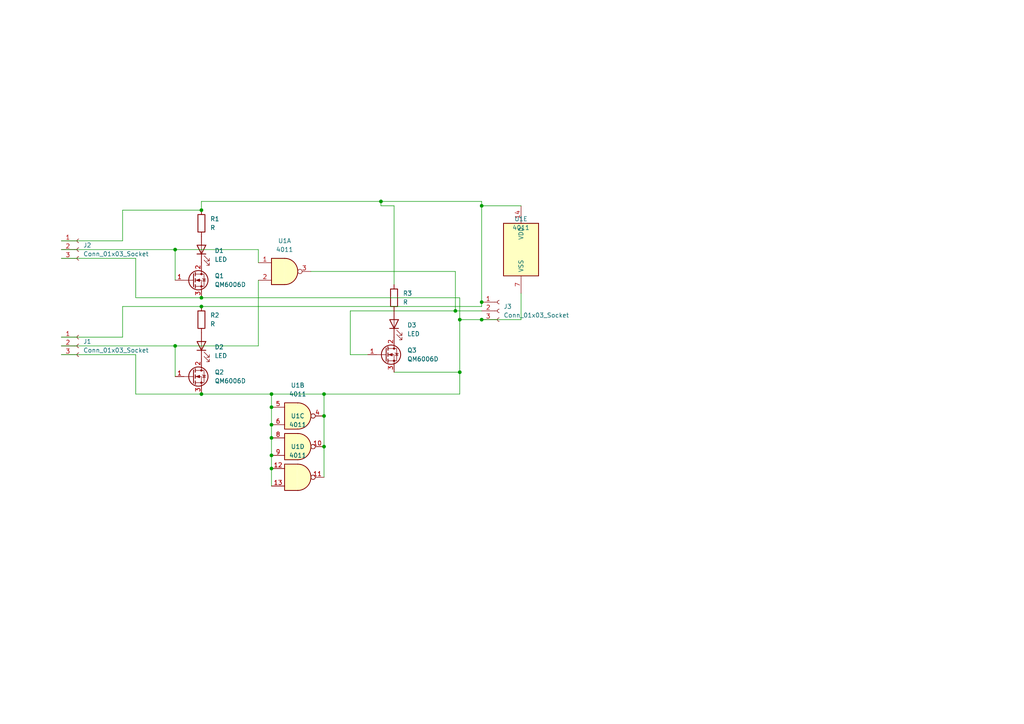
<source format=kicad_sch>
(kicad_sch (version 20250114) (generator "eeschema") (generator_version "9.0")
  (paper "A4")
  (lib_symbols
    (symbol "4xxx:4011" (pin_names (offset 1.016))
      (property "Reference" "U" (at 0 1.27 0))
      (property "Value" "4011" (at 0 -1.27 0))
      (symbol "4011_1_1"
        (arc (start 0 3.81) (mid 3.7934 0) (end 0 -3.81) (stroke (width 0.254)) (fill (type background)))
        (polyline (pts (xy 0 3.81) (xy -3.81 3.81) (xy -3.81 -3.81) (xy 0 -3.81)) (stroke (width 0.254)) (fill (type background)))
        (pin input line (at -7.62 2.54 0) (length 3.81) (name "~") (number "1"))
        (pin input line (at -7.62 -2.54 0) (length 3.81) (name "~") (number "2"))
        (pin output inverted (at 7.62 0 180) (length 3.81) (name "~") (number "3"))
      )
      (symbol "4011_1_2"
        (arc (start -3.81 3.81) (mid -2.589 0) (end -3.81 -3.81) (stroke (width 0.254)))
        (polyline (pts (xy -3.81 3.81) (xy -0.635 3.81)) (stroke (width 0.254)) (fill (type background)))
        (polyline (pts (xy -3.81 -3.81) (xy -0.635 -3.81)) (stroke (width 0.254)) (fill (type background)))
        (arc (start 3.81 0) (mid 2.1855 -2.584) (end -0.6096 -3.81) (stroke (width 0.254)) (fill (type background)))
        (arc (start -0.6096 3.81) (mid 2.1928 2.5924) (end 3.81 0) (stroke (width 0.254)) (fill (type background)))
        (polyline (pts (xy -0.635 3.81) (xy -3.81 3.81) (xy -3.81 3.81) (xy -3.556 3.4036) (xy -3.0226 2.2606) (xy -2.6924 1.0414) (xy -2.6162 -0.254) (xy -2.7686 -1.4986) (xy -3.175 -2.7178) (xy -3.81 -3.81) (xy -3.81 -3.81) (xy -0.635 -3.81)) (stroke (width -25.4)) (fill (type background)))
        (pin input inverted (at -7.62 2.54 0) (length 4.318) (name "~") (number "1"))
        (pin input inverted (at -7.62 -2.54 0) (length 4.318) (name "~") (number "2"))
        (pin output line (at 7.62 0 180) (length 3.81) (name "~") (number "3"))
      )
      (symbol "4011_2_1"
        (arc (start 0 3.81) (mid 3.7934 0) (end 0 -3.81) (stroke (width 0.254)) (fill (type background)))
        (polyline (pts (xy 0 3.81) (xy -3.81 3.81) (xy -3.81 -3.81) (xy 0 -3.81)) (stroke (width 0.254)) (fill (type background)))
        (pin input line (at -7.62 2.54 0) (length 3.81) (name "~") (number "5"))
        (pin input line (at -7.62 -2.54 0) (length 3.81) (name "~") (number "6"))
        (pin output inverted (at 7.62 0 180) (length 3.81) (name "~") (number "4"))
      )
      (symbol "4011_2_2"
        (arc (start -3.81 3.81) (mid -2.589 0) (end -3.81 -3.81) (stroke (width 0.254)))
        (polyline (pts (xy -3.81 3.81) (xy -0.635 3.81)) (stroke (width 0.254)) (fill (type background)))
        (polyline (pts (xy -3.81 -3.81) (xy -0.635 -3.81)) (stroke (width 0.254)) (fill (type background)))
        (arc (start 3.81 0) (mid 2.1855 -2.584) (end -0.6096 -3.81) (stroke (width 0.254)) (fill (type background)))
        (arc (start -0.6096 3.81) (mid 2.1928 2.5924) (end 3.81 0) (stroke (width 0.254)) (fill (type background)))
        (polyline (pts (xy -0.635 3.81) (xy -3.81 3.81) (xy -3.81 3.81) (xy -3.556 3.4036) (xy -3.0226 2.2606) (xy -2.6924 1.0414) (xy -2.6162 -0.254) (xy -2.7686 -1.4986) (xy -3.175 -2.7178) (xy -3.81 -3.81) (xy -3.81 -3.81) (xy -0.635 -3.81)) (stroke (width -25.4)) (fill (type background)))
        (pin input inverted (at -7.62 2.54 0) (length 4.318) (name "~") (number "5"))
        (pin input inverted (at -7.62 -2.54 0) (length 4.318) (name "~") (number "6"))
        (pin output line (at 7.62 0 180) (length 3.81) (name "~") (number "4"))
      )
      (symbol "4011_3_1"
        (arc (start 0 3.81) (mid 3.7934 0) (end 0 -3.81) (stroke (width 0.254)) (fill (type background)))
        (polyline (pts (xy 0 3.81) (xy -3.81 3.81) (xy -3.81 -3.81) (xy 0 -3.81)) (stroke (width 0.254)) (fill (type background)))
        (pin input line (at -7.62 2.54 0) (length 3.81) (name "~") (number "8"))
        (pin input line (at -7.62 -2.54 0) (length 3.81) (name "~") (number "9"))
        (pin output inverted (at 7.62 0 180) (length 3.81) (name "~") (number "10"))
      )
      (symbol "4011_3_2"
        (arc (start -3.81 3.81) (mid -2.589 0) (end -3.81 -3.81) (stroke (width 0.254)))
        (polyline (pts (xy -3.81 3.81) (xy -0.635 3.81)) (stroke (width 0.254)) (fill (type background)))
        (polyline (pts (xy -3.81 -3.81) (xy -0.635 -3.81)) (stroke (width 0.254)) (fill (type background)))
        (arc (start 3.81 0) (mid 2.1855 -2.584) (end -0.6096 -3.81) (stroke (width 0.254)) (fill (type background)))
        (arc (start -0.6096 3.81) (mid 2.1928 2.5924) (end 3.81 0) (stroke (width 0.254)) (fill (type background)))
        (polyline (pts (xy -0.635 3.81) (xy -3.81 3.81) (xy -3.81 3.81) (xy -3.556 3.4036) (xy -3.0226 2.2606) (xy -2.6924 1.0414) (xy -2.6162 -0.254) (xy -2.7686 -1.4986) (xy -3.175 -2.7178) (xy -3.81 -3.81) (xy -3.81 -3.81) (xy -0.635 -3.81)) (stroke (width -25.4)) (fill (type background)))
        (pin input inverted (at -7.62 2.54 0) (length 4.318) (name "~") (number "8"))
        (pin input inverted (at -7.62 -2.54 0) (length 4.318) (name "~") (number "9"))
        (pin output line (at 7.62 0 180) (length 3.81) (name "~") (number "10"))
      )
      (symbol "4011_4_1"
        (arc (start 0 3.81) (mid 3.7934 0) (end 0 -3.81) (stroke (width 0.254)) (fill (type background)))
        (polyline (pts (xy 0 3.81) (xy -3.81 3.81) (xy -3.81 -3.81) (xy 0 -3.81)) (stroke (width 0.254)) (fill (type background)))
        (pin input line (at -7.62 2.54 0) (length 3.81) (name "~") (number "12"))
        (pin input line (at -7.62 -2.54 0) (length 3.81) (name "~") (number "13"))
        (pin output inverted (at 7.62 0 180) (length 3.81) (name "~") (number "11"))
      )
      (symbol "4011_4_2"
        (arc (start -3.81 3.81) (mid -2.589 0) (end -3.81 -3.81) (stroke (width 0.254)))
        (polyline (pts (xy -3.81 3.81) (xy -0.635 3.81)) (stroke (width 0.254)) (fill (type background)))
        (polyline (pts (xy -3.81 -3.81) (xy -0.635 -3.81)) (stroke (width 0.254)) (fill (type background)))
        (arc (start 3.81 0) (mid 2.1855 -2.584) (end -0.6096 -3.81) (stroke (width 0.254)) (fill (type background)))
        (arc (start -0.6096 3.81) (mid 2.1928 2.5924) (end 3.81 0) (stroke (width 0.254)) (fill (type background)))
        (polyline (pts (xy -0.635 3.81) (xy -3.81 3.81) (xy -3.81 3.81) (xy -3.556 3.4036) (xy -3.0226 2.2606) (xy -2.6924 1.0414) (xy -2.6162 -0.254) (xy -2.7686 -1.4986) (xy -3.175 -2.7178) (xy -3.81 -3.81) (xy -3.81 -3.81) (xy -0.635 -3.81)) (stroke (width -25.4)) (fill (type background)))
        (pin input inverted (at -7.62 2.54 0) (length 4.318) (name "~") (number "12"))
        (pin input inverted (at -7.62 -2.54 0) (length 4.318) (name "~") (number "13"))
        (pin output line (at 7.62 0 180) (length 3.81) (name "~") (number "11"))
      )
      (symbol "4011_5_0"
        (pin power_in line (at 0 12.7 270) (length 5.08) (name "VDD") (number "14"))
        (pin power_in line (at 0 -12.7 90) (length 5.08) (name "VSS") (number "7"))
      )
      (symbol "4011_5_1"
        (rectangle (start -5.08 7.62) (end 5.08 -7.62) (stroke (width 0.254)) (fill (type background)))
      )
    )
    (symbol "Connector:Conn_01x03_Socket" (pin_names (offset 1.016) (hide yes))
      (property "Reference" "J" (at 0 5.08 0))
      (property "Value" "Conn_01x03_Socket" (at 0 -5.08 0))
      (symbol "Conn_01x03_Socket_1_1"
        (polyline (pts (xy -1.27 2.54) (xy -0.508 2.54)) (stroke (width 0.1524)))
        (polyline (pts (xy -1.27 0) (xy -0.508 0)) (stroke (width 0.1524)))
        (polyline (pts (xy -1.27 -2.54) (xy -0.508 -2.54)) (stroke (width 0.1524)))
        (arc (start 0 2.032) (mid -0.5058 2.54) (end 0 3.048) (stroke (width 0.1524)))
        (arc (start 0 -0.508) (mid -0.5058 0) (end 0 0.508) (stroke (width 0.1524)))
        (arc (start 0 -3.048) (mid -0.5058 -2.54) (end 0 -2.032) (stroke (width 0.1524)))
        (pin passive line (at -5.08 2.54 0) (length 3.81) (name "Pin_1") (number "1"))
        (pin passive line (at -5.08 0 0) (length 3.81) (name "Pin_2") (number "2"))
        (pin passive line (at -5.08 -2.54 0) (length 3.81) (name "Pin_3") (number "3"))
      )
    )
    (symbol "Device:LED" (pin_numbers (hide yes)) (pin_names (offset 1.016) (hide yes))
      (property "Reference" "D" (at 0 2.54 0))
      (property "Value" "LED" (at 0 -2.54 0))
      (symbol "LED_0_1"
        (polyline (pts (xy -3.048 -0.762) (xy -4.572 -2.286) (xy -3.81 -2.286) (xy -4.572 -2.286) (xy -4.572 -1.524)))
        (polyline (pts (xy -1.778 -0.762) (xy -3.302 -2.286) (xy -2.54 -2.286) (xy -3.302 -2.286) (xy -3.302 -1.524)))
        (polyline (pts (xy -1.27 0) (xy 1.27 0)))
        (polyline (pts (xy -1.27 -1.27) (xy -1.27 1.27)) (stroke (width 0.254)))
        (polyline (pts (xy 1.27 -1.27) (xy 1.27 1.27) (xy -1.27 0) (xy 1.27 -1.27)) (stroke (width 0.254)))
      )
      (symbol "LED_1_1"
        (pin passive line (at -3.81 0 0) (length 2.54) (name "K") (number "1"))
        (pin passive line (at 3.81 0 180) (length 2.54) (name "A") (number "2"))
      )
    )
    (symbol "Device:R" (pin_numbers (hide yes)) (pin_names (offset 0))
      (property "Reference" "R" (at 2.032 0 90))
      (property "Value" "R" (at 0 0 90))
      (symbol "R_0_1"
        (rectangle (start -1.016 -2.54) (end 1.016 2.54) (stroke (width 0.254)))
      )
      (symbol "R_1_1"
        (pin passive line (at 0 3.81 270) (length 1.27) (name "~") (number "1"))
        (pin passive line (at 0 -3.81 90) (length 1.27) (name "~") (number "2"))
      )
    )
    (symbol "Transistor_FET:QM6006D" (pin_names (hide yes))
      (property "Reference" "Q" (at 5.08 1.905 0))
      (property "Value" "QM6006D" (at 5.08 0 0))
      (symbol "QM6006D_0_1"
        (polyline (pts (xy 0.254 1.905) (xy 0.254 -1.905)) (stroke (width 0.254)))
        (polyline (pts (xy 0.254 0) (xy -2.54 0)))
        (polyline (pts (xy 0.762 2.286) (xy 0.762 1.27)) (stroke (width 0.254)))
        (polyline (pts (xy 0.762 0.508) (xy 0.762 -0.508)) (stroke (width 0.254)))
        (polyline (pts (xy 0.762 -1.27) (xy 0.762 -2.286)) (stroke (width 0.254)))
        (polyline (pts (xy 0.762 -1.778) (xy 3.302 -1.778) (xy 3.302 1.778) (xy 0.762 1.778)))
        (polyline (pts (xy 1.016 0) (xy 2.032 0.381) (xy 2.032 -0.381) (xy 1.016 0)) (fill (type outline)))
        (circle (center 1.651 0) (radius 2.794) (stroke (width 0.254)))
        (polyline (pts (xy 2.54 2.54) (xy 2.54 1.778)))
        (circle (center 2.54 1.778) (radius 0.254) (fill (type outline)))
        (circle (center 2.54 -1.778) (radius 0.254) (fill (type outline)))
        (polyline (pts (xy 2.54 -2.54) (xy 2.54 0) (xy 0.762 0)))
        (polyline (pts (xy 2.794 0.508) (xy 2.921 0.381) (xy 3.683 0.381) (xy 3.81 0.254)))
        (polyline (pts (xy 3.302 0.381) (xy 2.921 -0.254) (xy 3.683 -0.254) (xy 3.302 0.381)))
      )
      (symbol "QM6006D_1_1"
        (pin input line (at -5.08 0 0) (length 2.54) (name "G") (number "1"))
        (pin passive line (at 2.54 5.08 270) (length 2.54) (name "D") (number "2"))
        (pin passive line (at 2.54 -5.08 90) (length 2.54) (name "S") (number "3"))
      )
    )
  )
  (junction (at 78.74 127))
  (junction (at 139.7 59.69))
  (junction (at 78.74 132.08))
  (junction (at 78.74 135.89))
  (junction (at 78.74 118.11))
  (junction (at 58.42 114.3))
  (junction (at 110.49 58.42))
  (junction (at 93.98 114.3))
  (junction (at 78.74 123.19))
  (junction (at 133.35 92.71))
  (junction (at 132.08 90.17))
  (junction (at 58.42 60.96))
  (junction (at 93.98 120.65))
  (junction (at 139.7 92.71))
  (junction (at 58.42 86.36))
  (junction (at 78.74 114.3))
  (junction (at 93.98 129.54))
  (junction (at 139.7 87.63))
  (junction (at 133.35 107.95))
  (junction (at 50.8 100.33))
  (junction (at 50.8 72.39))
  (junction (at 58.42 88.9))
  (wire (pts (xy 114.3 82.55) (xy 114.3 59.69)))
  (wire (pts (xy 58.42 86.36) (xy 133.35 86.36)))
  (wire (pts (xy 101.6 90.17) (xy 132.08 90.17)))
  (wire (pts (xy 35.56 60.96) (xy 35.56 69.85)))
  (wire (pts (xy 39.37 74.93) (xy 39.37 86.36)))
  (wire (pts (xy 78.74 123.19) (xy 78.74 127)))
  (wire (pts (xy 93.98 114.3) (xy 93.98 120.65)))
  (wire (pts (xy 139.7 59.69) (xy 151.13 59.69)))
  (wire (pts (xy 17.78 102.87) (xy 39.37 102.87)))
  (wire (pts (xy 39.37 102.87) (xy 39.37 114.3)))
  (wire (pts (xy 78.74 132.08) (xy 78.74 135.89)))
  (wire (pts (xy 39.37 114.3) (xy 58.42 114.3)))
  (wire (pts (xy 17.78 97.79) (xy 35.56 97.79)))
  (wire (pts (xy 58.42 60.96) (xy 35.56 60.96)))
  (wire (pts (xy 93.98 120.65) (xy 93.98 129.54)))
  (wire (pts (xy 17.78 100.33) (xy 50.8 100.33)))
  (wire (pts (xy 139.7 90.17) (xy 132.08 90.17)))
  (wire (pts (xy 58.42 88.9) (xy 35.56 88.9)))
  (wire (pts (xy 110.49 58.42) (xy 58.42 58.42)))
  (wire (pts (xy 151.13 85.09) (xy 151.13 92.71)))
  (wire (pts (xy 90.17 78.74) (xy 132.08 78.74)))
  (wire (pts (xy 17.78 74.93) (xy 39.37 74.93)))
  (wire (pts (xy 74.93 81.28) (xy 74.93 100.33)))
  (wire (pts (xy 110.49 59.69) (xy 110.49 58.42)))
  (wire (pts (xy 78.74 135.89) (xy 78.74 140.97)))
  (wire (pts (xy 133.35 107.95) (xy 133.35 114.3)))
  (wire (pts (xy 133.35 114.3) (xy 93.98 114.3)))
  (wire (pts (xy 114.3 107.95) (xy 133.35 107.95)))
  (wire (pts (xy 74.93 100.33) (xy 50.8 100.33)))
  (wire (pts (xy 133.35 92.71) (xy 133.35 107.95)))
  (wire (pts (xy 139.7 58.42) (xy 139.7 59.69)))
  (wire (pts (xy 114.3 59.69) (xy 110.49 59.69)))
  (wire (pts (xy 151.13 92.71) (xy 139.7 92.71)))
  (wire (pts (xy 39.37 86.36) (xy 58.42 86.36)))
  (wire (pts (xy 50.8 100.33) (xy 50.8 109.22)))
  (wire (pts (xy 17.78 69.85) (xy 35.56 69.85)))
  (wire (pts (xy 50.8 72.39) (xy 50.8 81.28)))
  (wire (pts (xy 139.7 59.69) (xy 139.7 87.63)))
  (wire (pts (xy 101.6 102.87) (xy 101.6 90.17)))
  (wire (pts (xy 93.98 114.3) (xy 78.74 114.3)))
  (wire (pts (xy 17.78 72.39) (xy 50.8 72.39)))
  (wire (pts (xy 78.74 114.3) (xy 58.42 114.3)))
  (wire (pts (xy 58.42 58.42) (xy 58.42 60.96)))
  (wire (pts (xy 78.74 114.3) (xy 78.74 118.11)))
  (wire (pts (xy 101.6 102.87) (xy 106.68 102.87)))
  (wire (pts (xy 110.49 58.42) (xy 139.7 58.42)))
  (wire (pts (xy 93.98 129.54) (xy 93.98 138.43)))
  (wire (pts (xy 78.74 127) (xy 78.74 132.08)))
  (wire (pts (xy 74.93 76.2) (xy 74.93 72.39)))
  (wire (pts (xy 58.42 88.9) (xy 139.7 88.9)))
  (wire (pts (xy 78.74 118.11) (xy 78.74 123.19)))
  (wire (pts (xy 139.7 88.9) (xy 139.7 87.63)))
  (wire (pts (xy 74.93 72.39) (xy 50.8 72.39)))
  (wire (pts (xy 132.08 90.17) (xy 132.08 78.74)))
  (wire (pts (xy 139.7 92.71) (xy 133.35 92.71)))
  (wire (pts (xy 133.35 86.36) (xy 133.35 92.71)))
  (wire (pts (xy 35.56 88.9) (xy 35.56 97.79)))
  (symbol (lib_id "4xxx:4011") (at 82.55 78.74 0) (unit 1)
    (property "Reference" "U1" (at 82.5417 69.85 0))
    (property "Value" "4011" (at 82.5417 72.39 0))
    (property "Datasheet" "http://www.intersil.com/content/dam/Intersil/documents/cd40/cd4011bms-12bms-23bms.pdf" (effects (hide yes)))
    (property "Description" "Quad Nand 2 inputs" (effects (hide yes)))
  )
  (symbol (lib_id "Connector:Conn_01x03_Socket") (at 144.78 90.17 0) (unit 1)
    (property "Reference" "J3" (at 146.05 88.8999 0) (effects (justify left)))
    (property "Value" "Conn_01x03_Socket" (at 146.05 91.4399 0) (effects (justify left)))
    (property "Footprint" "Connector_PinSocket_2.54mm:PinSocket_1x03_P2.54mm_Horizontal" (effects (hide yes)))
    (property "Description" "Generic connector, single row, 01x03, script generated" (effects (hide yes)))
  )
  (symbol (lib_id "Transistor_FET:QM6006D") (at 111.76 102.87 0) (unit 1)
    (property "Reference" "Q3" (at 118.11 101.5999 0) (effects (justify left)))
    (property "Value" "QM6006D" (at 118.11 104.1399 0) (effects (justify left)))
    (property "Footprint" "Package_TO_SOT_SMD:TO-252-2" (effects (hide yes)))
    (property "Datasheet" "http://www.jaolen.com/images/pdf/QM6006D.pdf" (effects (hide yes)))
    (property "Description" "35A Id, 60V Vds, N-Channel Power MOSFET, 18mOhm Ron, 19.3nC Qg (typ), TO252" (effects (hide yes)))
  )
  (symbol (lib_id "4xxx:4011") (at 151.13 72.39 0) (unit 5)
    (property "Reference" "U1" (at 151.1217 63.5 0))
    (property "Value" "4011" (at 151.1217 66.04 0))
    (property "Datasheet" "http://www.intersil.com/content/dam/Intersil/documents/cd40/cd4011bms-12bms-23bms.pdf" (effects (hide yes)))
    (property "Description" "Quad Nand 2 inputs" (effects (hide yes)))
  )
  (symbol (lib_id "Transistor_FET:QM6006D") (at 55.88 81.28 0) (unit 1)
    (property "Reference" "Q1" (at 62.23 80.0099 0) (effects (justify left)))
    (property "Value" "QM6006D" (at 62.23 82.5499 0) (effects (justify left)))
    (property "Footprint" "Package_TO_SOT_SMD:TO-252-2" (effects (hide yes)))
    (property "Datasheet" "http://www.jaolen.com/images/pdf/QM6006D.pdf" (effects (hide yes)))
    (property "Description" "35A Id, 60V Vds, N-Channel Power MOSFET, 18mOhm Ron, 19.3nC Qg (typ), TO252" (effects (hide yes)))
  )
  (symbol (lib_id "4xxx:4011") (at 86.36 120.65 0) (unit 2)
    (property "Reference" "U1" (at 86.3517 111.76 0))
    (property "Value" "4011" (at 86.3517 114.3 0))
    (property "Datasheet" "http://www.intersil.com/content/dam/Intersil/documents/cd40/cd4011bms-12bms-23bms.pdf" (effects (hide yes)))
    (property "Description" "Quad Nand 2 inputs" (effects (hide yes)))
  )
  (symbol (lib_id "Transistor_FET:QM6006D") (at 55.88 109.22 0) (unit 1)
    (property "Reference" "Q2" (at 62.23 107.9499 0) (effects (justify left)))
    (property "Value" "QM6006D" (at 62.23 110.4899 0) (effects (justify left)))
    (property "Footprint" "Package_TO_SOT_SMD:TO-252-2" (effects (hide yes)))
    (property "Datasheet" "http://www.jaolen.com/images/pdf/QM6006D.pdf" (effects (hide yes)))
    (property "Description" "35A Id, 60V Vds, N-Channel Power MOSFET, 18mOhm Ron, 19.3nC Qg (typ), TO252" (effects (hide yes)))
  )
  (symbol (lib_id "Device:R") (at 58.42 92.71 0) (unit 1)
    (property "Reference" "R2" (at 60.96 91.4399 0) (effects (justify left)))
    (property "Value" "R" (at 60.96 93.9799 0) (effects (justify left)))
    (property "Footprint" "Resistor_SMD:R_1206_3216Metric" (effects (hide yes)))
    (property "Description" "Resistor" (effects (hide yes)))
  )
  (symbol (lib_id "Connector:Conn_01x03_Socket") (at 22.86 72.39 0) (unit 1)
    (property "Reference" "J2" (at 24.13 71.1199 0) (effects (justify left)))
    (property "Value" "Conn_01x03_Socket" (at 24.13 73.6599 0) (effects (justify left)))
    (property "Footprint" "Connector_PinSocket_2.54mm:PinSocket_1x03_P2.54mm_Horizontal" (effects (hide yes)))
    (property "Description" "Generic connector, single row, 01x03, script generated" (effects (hide yes)))
  )
  (symbol (lib_id "Device:LED") (at 58.42 100.33 90) (unit 1)
    (property "Reference" "D2" (at 62.23 100.6474 90) (effects (justify right)))
    (property "Value" "LED" (at 62.23 103.1874 90) (effects (justify right)))
    (property "Footprint" "LED_SMD:LED_1206_3216Metric" (effects (hide yes)))
    (property "Description" "Light emitting diode" (effects (hide yes)))
    (property "Sim.Pins" "1=K 2=A" (effects (hide yes)))
  )
  (symbol (lib_id "Device:LED") (at 114.3 93.98 90) (unit 1)
    (property "Reference" "D3" (at 118.11 94.2974 90) (effects (justify right)))
    (property "Value" "LED" (at 118.11 96.8374 90) (effects (justify right)))
    (property "Footprint" "LED_SMD:LED_1206_3216Metric" (effects (hide yes)))
    (property "Description" "Light emitting diode" (effects (hide yes)))
    (property "Sim.Pins" "1=K 2=A" (effects (hide yes)))
  )
  (symbol (lib_id "Device:R") (at 58.42 64.77 0) (unit 1)
    (property "Reference" "R1" (at 60.96 63.4999 0) (effects (justify left)))
    (property "Value" "R" (at 60.96 66.0399 0) (effects (justify left)))
    (property "Footprint" "Resistor_SMD:R_1206_3216Metric" (effects (hide yes)))
    (property "Description" "Resistor" (effects (hide yes)))
  )
  (symbol (lib_id "Device:LED") (at 58.42 72.39 90) (unit 1)
    (property "Reference" "D1" (at 62.23 72.7074 90) (effects (justify right)))
    (property "Value" "LED" (at 62.23 75.2474 90) (effects (justify right)))
    (property "Footprint" "LED_SMD:LED_1206_3216Metric" (effects (hide yes)))
    (property "Description" "Light emitting diode" (effects (hide yes)))
    (property "Sim.Pins" "1=K 2=A" (effects (hide yes)))
  )
  (symbol (lib_id "4xxx:4011") (at 86.36 129.54 0) (unit 3)
    (property "Reference" "U1" (at 86.3517 120.65 0))
    (property "Value" "4011" (at 86.3517 123.19 0))
    (property "Datasheet" "http://www.intersil.com/content/dam/Intersil/documents/cd40/cd4011bms-12bms-23bms.pdf" (effects (hide yes)))
    (property "Description" "Quad Nand 2 inputs" (effects (hide yes)))
  )
  (symbol (lib_id "Connector:Conn_01x03_Socket") (at 22.86 100.33 0) (unit 1)
    (property "Reference" "J1" (at 24.13 99.0599 0) (effects (justify left)))
    (property "Value" "Conn_01x03_Socket" (at 24.13 101.5999 0) (effects (justify left)))
    (property "Footprint" "Connector_PinSocket_2.54mm:PinSocket_1x03_P2.54mm_Horizontal" (effects (hide yes)))
    (property "Description" "Generic connector, single row, 01x03, script generated" (effects (hide yes)))
  )
  (symbol (lib_id "Device:R") (at 114.3 86.36 0) (unit 1)
    (property "Reference" "R3" (at 116.84 85.0899 0) (effects (justify left)))
    (property "Value" "R" (at 116.84 87.6299 0) (effects (justify left)))
    (property "Footprint" "Resistor_SMD:R_1206_3216Metric" (effects (hide yes)))
    (property "Description" "Resistor" (effects (hide yes)))
  )
  (symbol (lib_id "4xxx:4011") (at 86.36 138.43 0) (unit 4)
    (property "Reference" "U1" (at 86.3517 129.54 0))
    (property "Value" "4011" (at 86.3517 132.08 0))
    (property "Datasheet" "http://www.intersil.com/content/dam/Intersil/documents/cd40/cd4011bms-12bms-23bms.pdf" (effects (hide yes)))
    (property "Description" "Quad Nand 2 inputs" (effects (hide yes)))
  )
)
</source>
